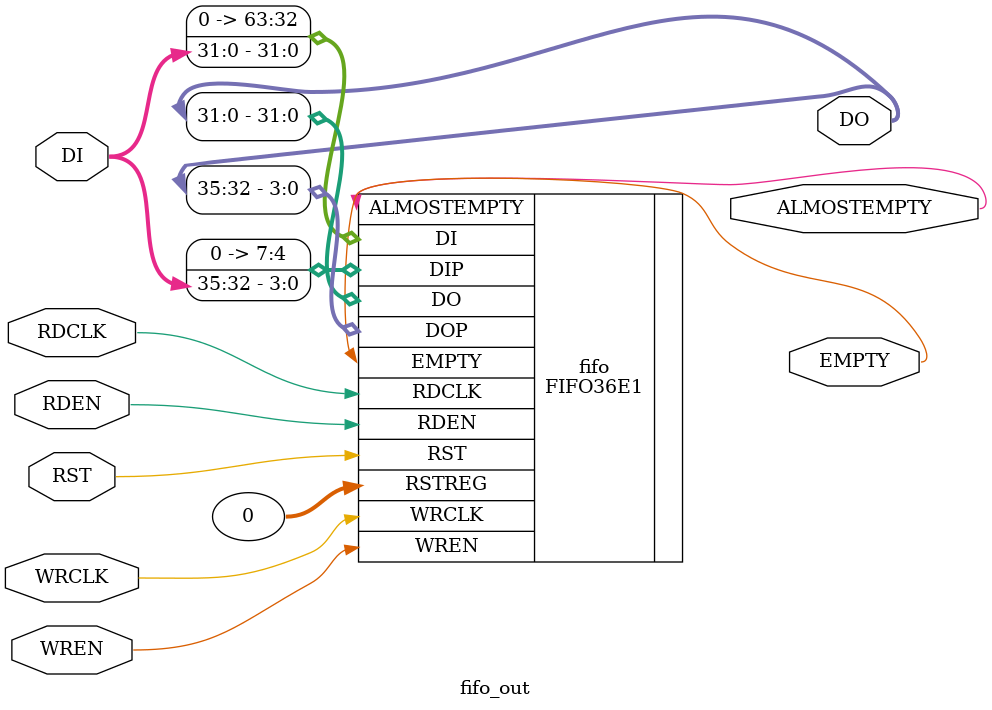
<source format=sv>
`default_nettype none

module fifo_out(
  input bit [35:0] DI,
  input bit WREN,
  input bit WRCLK,

  output bit [35:0] DO,
  input bit RDCLK,
  input bit RDEN,
  input bit RST,
  output bit EMPTY,
  output bit ALMOSTEMPTY);

   FIFO36E1 #(.DO_REG(1), .DATA_WIDTH(36),
     .FIRST_WORD_FALL_THROUGH("TRUE"), .ALMOST_EMPTY_OFFSET(1000))
   fifo(
     .DI({ 32'b0, DI[31:0] }),
     .DIP({ 4'b0, DI[35:32] }),
     .WREN(WREN),
     .WRCLK(WRCLK),
     .DO(DO[31:0]),
     .DOP(DO[35:32]),
     .RDCLK(RDCLK),
     .RDEN(RDEN),
     .RST(RST),
     .RSTREG(0),
     .EMPTY(EMPTY),
     .ALMOSTEMPTY(ALMOSTEMPTY));

endmodule

</source>
